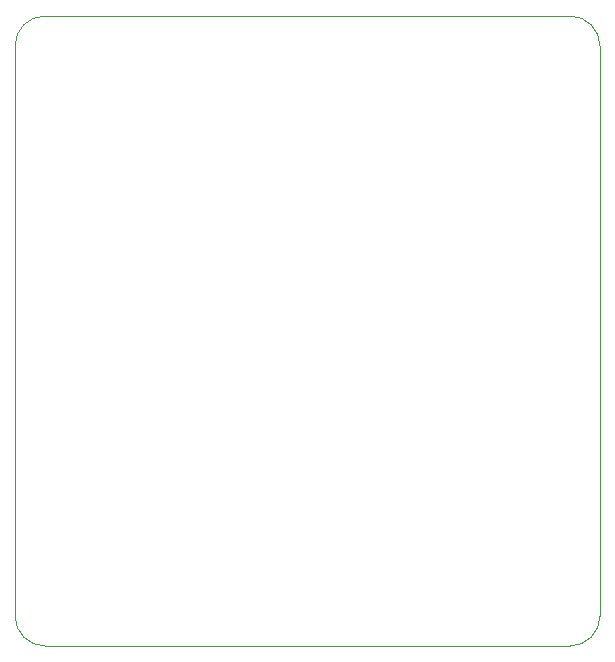
<source format=gm1>
%TF.GenerationSoftware,KiCad,Pcbnew,9.0.0*%
%TF.CreationDate,2025-03-09T13:56:00-07:00*%
%TF.ProjectId,server,73657276-6572-42e6-9b69-6361645f7063,v0.1*%
%TF.SameCoordinates,Original*%
%TF.FileFunction,Profile,NP*%
%FSLAX46Y46*%
G04 Gerber Fmt 4.6, Leading zero omitted, Abs format (unit mm)*
G04 Created by KiCad (PCBNEW 9.0.0) date 2025-03-09 13:56:00*
%MOMM*%
%LPD*%
G01*
G04 APERTURE LIST*
%TA.AperFunction,Profile*%
%ADD10C,0.050000*%
%TD*%
G04 APERTURE END LIST*
D10*
X17780000Y-15240000D02*
X62230000Y-15240000D01*
X15240000Y-66040000D02*
X15240000Y-17780000D01*
X62230000Y-15240000D02*
G75*
G02*
X64770000Y-17780000I0J-2540000D01*
G01*
X64770000Y-17780000D02*
X64770000Y-66040000D01*
X17780000Y-68580000D02*
G75*
G02*
X15240000Y-66040000I0J2540000D01*
G01*
X62230000Y-68580000D02*
X17780000Y-68580000D01*
X15240000Y-17780000D02*
G75*
G02*
X17780000Y-15240000I2540000J0D01*
G01*
X64770000Y-66040000D02*
G75*
G02*
X62230000Y-68580000I-2540000J0D01*
G01*
M02*

</source>
